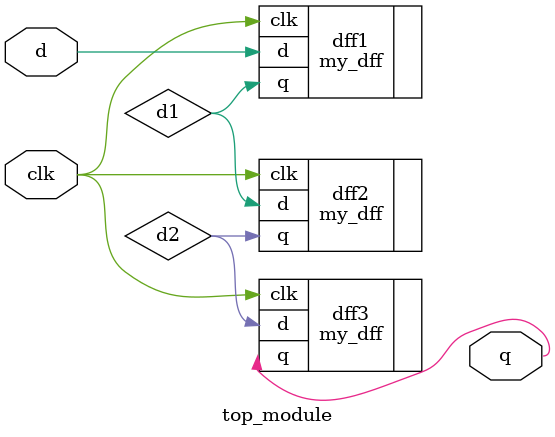
<source format=v>
module top_module ( input clk, input d, output q );
    
    wire d1, d2;

    my_dff dff1(.clk(clk),.d(d),.q(d1));
    my_dff dff2(.clk(clk),.d(d1),.q(d2));
    my_dff dff3(.clk(clk),.d(d2),.q(q));

endmodule

</source>
